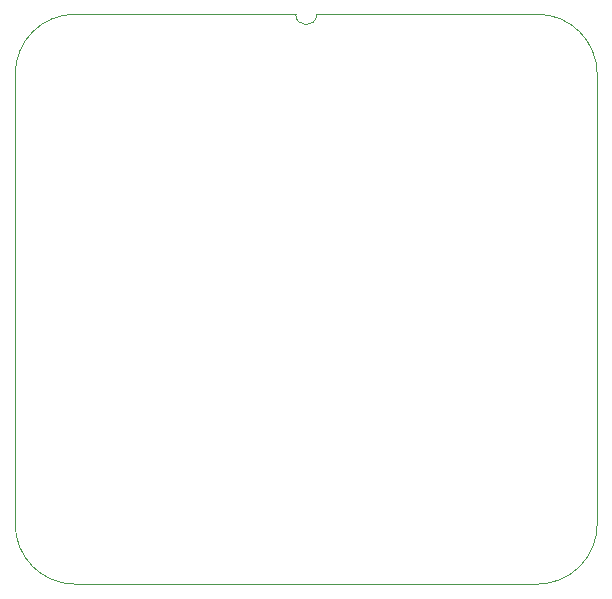
<source format=gm1>
%TF.GenerationSoftware,KiCad,Pcbnew,8.0.4*%
%TF.CreationDate,2024-09-09T19:28:38+02:00*%
%TF.ProjectId,Main Memory Abort,4d61696e-204d-4656-9d6f-72792041626f,V0*%
%TF.SameCoordinates,PX54c81a0PY37b6b20*%
%TF.FileFunction,Profile,NP*%
%FSLAX46Y46*%
G04 Gerber Fmt 4.6, Leading zero omitted, Abs format (unit mm)*
G04 Created by KiCad (PCBNEW 8.0.4) date 2024-09-09 19:28:38*
%MOMM*%
%LPD*%
G01*
G04 APERTURE LIST*
%TA.AperFunction,Profile*%
%ADD10C,0.100000*%
%TD*%
G04 APERTURE END LIST*
D10*
X21971000Y5080000D02*
X3283981Y5080000D01*
X42436019Y5080000D02*
G75*
G02*
X47498000Y0I-9019J-5071000D01*
G01*
X-1778000Y0D02*
X-1778000Y-38095000D01*
X47498000Y0D02*
X47498000Y-38095000D01*
X42436019Y5080000D02*
X23749000Y5080000D01*
X42436019Y-43175000D02*
X3283981Y-43175000D01*
X23749000Y5080000D02*
G75*
G02*
X21971000Y5080000I-889000J0D01*
G01*
X47498000Y-38095000D02*
G75*
G02*
X42436019Y-43175000I-5071000J-9000D01*
G01*
X3283981Y-43175000D02*
G75*
G02*
X-1778000Y-38095000I9019J5071000D01*
G01*
X-1778000Y0D02*
G75*
G02*
X3283981Y5080000I5071000J9000D01*
G01*
M02*

</source>
